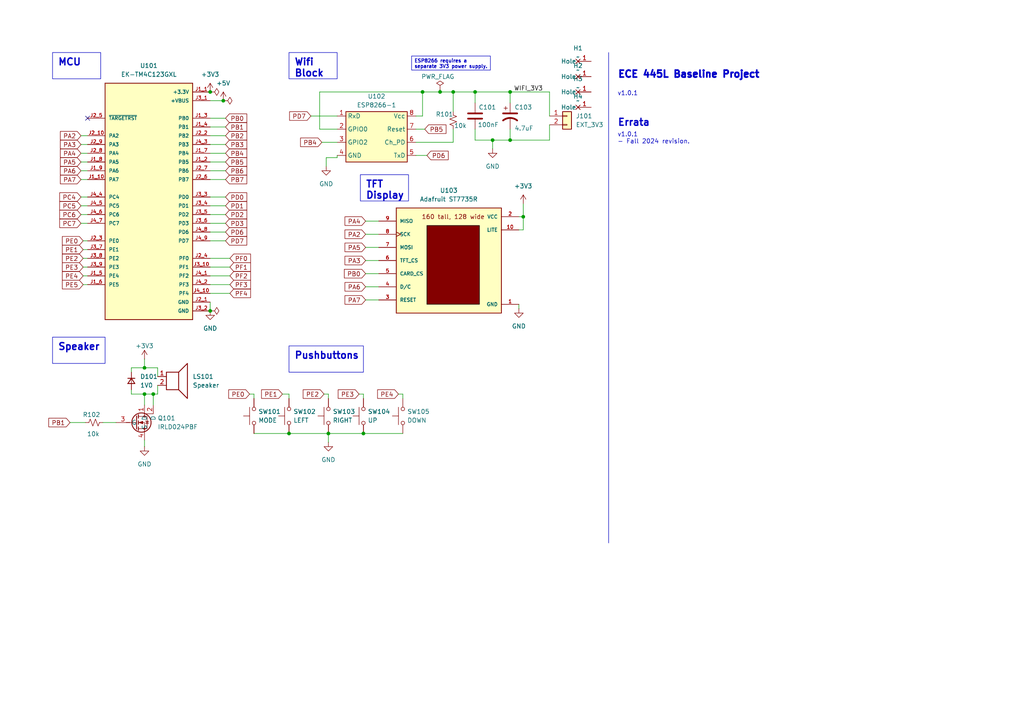
<source format=kicad_sch>
(kicad_sch (version 20231120) (generator "eeschema") (generator_version "8.0")
  (paper "A4")
  (title_block (title "ECE 445L Baseline Project") (date "2024-08-07") (rev "v1.0.1") (company "The University of Texas at Austin"))
  (lib_symbols
    (symbol "Connector_Generic:Conn_01x02" (pin_names (offset 1.016) hide)
      (property "Reference" "J" (at 0 2.54 0))
      (property "Value" "Conn_01x02" (at 0 -5.08 0))
      (symbol "Conn_01x02_1_1"
        (rectangle (start -1.27 -2.413) (end 0 -2.667) (stroke (width 0.1524)))
        (rectangle (start -1.27 0.127) (end 0 -0.127) (stroke (width 0.1524)))
        (rectangle (start -1.27 1.27) (end 1.27 -3.81) (stroke (width 0.254)) (fill (type background)))
        (pin passive line (at -5.08 0 0) (length 3.81) (name "Pin_1") (number "1"))
        (pin passive line (at -5.08 -2.54 0) (length 3.81) (name "Pin_2") (number "2"))
      )
    )
    (symbol "Device:D_Small" (pin_numbers hide) (pin_names (offset 0.254) hide)
      (property "Reference" "D" (at -1.27 2.032 0))
      (property "Value" "D_Small" (at -3.81 -2.032 0))
      (symbol "D_Small_0_1"
        (polyline (pts (xy -0.762 -1.016) (xy -0.762 1.016)) (stroke (width 0.254)))
        (polyline (pts (xy -0.762 0) (xy 0.762 0)))
        (polyline (pts (xy 0.762 -1.016) (xy -0.762 0) (xy 0.762 1.016) (xy 0.762 -1.016)) (stroke (width 0.254)))
      )
      (symbol "D_Small_1_1"
        (pin passive line (at -2.54 0 0) (length 1.778) (name "K") (number "1"))
        (pin passive line (at 2.54 0 180) (length 1.778) (name "A") (number "2"))
      )
    )
    (symbol "Device:Speaker" (pin_names (offset 0) hide)
      (property "Reference" "LS" (at 1.27 5.715 0))
      (property "Value" "Speaker" (at 1.27 3.81 0))
      (symbol "Speaker_0_0"
        (rectangle (start -2.54 1.27) (end 1.016 -3.81) (stroke (width 0.254)))
        (polyline (pts (xy 1.016 1.27) (xy 3.556 3.81) (xy 3.556 -6.35) (xy 1.016 -3.81)) (stroke (width 0.254)))
      )
      (symbol "Speaker_1_1"
        (pin input line (at -5.08 0 0) (length 2.54) (name "1") (number "1"))
        (pin input line (at -5.08 -2.54 0) (length 2.54) (name "2") (number "2"))
      )
    )
    (symbol "ECE445L:Adafruit_ST7735R" (pin_names (offset 1.016))
      (property "Reference" "U?" (at -15.24 16.002 0))
      (property "Value" "Adafruit ST7735R" (at -15.24 -17.78 0))
      (symbol "Adafruit_ST7735R_0_0"
        (rectangle (start -15.24 15.24) (end 15.24 -15.24) (stroke (width 0.254)) (fill (type background)))
      )
      (symbol "Adafruit_ST7735R_1_0"
        (pin power_in line (at 20.32 -12.7 180) (length 5.08) (name "GND") (number "1"))
        (pin power_in line (at 20.32 8.89 180) (length 5.08) (name "LITE") (number "10"))
        (pin power_in line (at 20.32 12.7 180) (length 5.08) (name "VCC") (number "2"))
        (pin input line (at -20.32 -11.43 0) (length 5.08) (name "RESET") (number "3"))
        (pin input line (at -20.32 -7.62 0) (length 5.08) (name "D/C") (number "4"))
        (pin input line (at -20.32 -3.81 0) (length 5.08) (name "CARD_CS") (number "5"))
        (pin input line (at -20.32 0 0) (length 5.08) (name "TFT_CS") (number "6"))
        (pin input line (at -20.32 3.81 0) (length 5.08) (name "MOSI") (number "7"))
        (pin input clock (at -20.32 7.62 0) (length 5.08) (name "SCK") (number "8"))
        (pin output line (at -20.32 11.43 0) (length 5.08) (name "MISO") (number "9"))
      )
      (symbol "Adafruit_ST7735R_1_1"
        (rectangle (start -6.35 10.16) (end 8.89 -12.7) (stroke (width 0) (color 0 0 0 1)) (fill (type color) (color 132 0 0 1)))
        (text "160 tall, 128 wide" (at 1.27 12.7 0) (effects (font (size 1.27 1.27))))
      )
    )
    (symbol "ECE445L:C" (pin_numbers hide) (pin_names (offset 0.254))
      (property "Reference" "C" (at 0.635 2.54 0))
      (property "Value" "C" (at 0.635 -2.54 0))
      (symbol "C_0_1"
        (polyline (pts (xy -2.032 -0.762) (xy 2.032 -0.762)) (stroke (width 0.508)))
        (polyline (pts (xy -2.032 0.762) (xy 2.032 0.762)) (stroke (width 0.508)))
      )
      (symbol "C_1_1"
        (pin passive line (at 0 3.81 270) (length 2.794) (name "~") (number "1"))
        (pin passive line (at 0 -3.81 90) (length 2.794) (name "~") (number "2"))
      )
    )
    (symbol "ECE445L:C_Polarized" (pin_numbers hide) (pin_names (offset 0.254) hide)
      (property "Reference" "C" (at 0.635 2.54 0))
      (property "Value" "C_Polarized" (at 0.635 -2.54 0))
      (symbol "C_Polarized_0_1"
        (polyline (pts (xy -2.032 0.762) (xy 2.032 0.762)) (stroke (width 0.508)))
        (polyline (pts (xy -1.778 2.286) (xy -0.762 2.286)))
        (polyline (pts (xy -1.27 1.778) (xy -1.27 2.794)))
        (arc (start 2.032 -1.27) (mid 0 -0.5572) (end -2.032 -1.27) (stroke (width 0.508)))
      )
      (symbol "C_Polarized_1_1"
        (pin passive line (at 0 3.81 270) (length 2.794) (name "~") (number "1"))
        (pin passive line (at 0 -3.81 90) (length 3.302) (name "~") (number "2"))
      )
    )
    (symbol "ECE445L:EK-TM4C123GXL" (pin_names (offset 1.016))
      (property "Reference" "U?" (at -12.7367 34.3099 0))
      (property "Value" "EK-TM4C123GXL" (at -12.7129 -38.1075 0))
      (symbol "EK-TM4C123GXL_0_0"
        (rectangle (start -12.7 -35.56) (end 12.7 33.02) (stroke (width 0.254)) (fill (type background)))
        (pin power_in line (at 17.78 30.48 180) (length 5.08) (name "+3.3V") (number "J1_1"))
        (pin bidirectional line (at -17.78 5.08 0) (length 5.08) (name "PA7") (number "J1_10"))
        (pin bidirectional line (at 17.78 22.86 180) (length 5.08) (name "PB0") (number "J1_3"))
        (pin bidirectional line (at 17.78 20.32 180) (length 5.08) (name "PB1") (number "J1_4"))
        (pin bidirectional line (at -17.78 -22.86 0) (length 5.08) (name "PE4") (number "J1_5"))
        (pin bidirectional line (at -17.78 -25.4 0) (length 5.08) (name "PE5") (number "J1_6"))
        (pin bidirectional line (at 17.78 12.7 180) (length 5.08) (name "PB4") (number "J1_7"))
        (pin bidirectional line (at -17.78 10.16 0) (length 5.08) (name "PA5") (number "J1_8"))
        (pin bidirectional line (at -17.78 7.62 0) (length 5.08) (name "PA6") (number "J1_9"))
        (pin power_in line (at 17.78 -30.48 180) (length 5.08) (name "GND") (number "J2_1"))
        (pin bidirectional line (at -17.78 17.78 0) (length 5.08) (name "PA2") (number "J2_10"))
        (pin bidirectional line (at 17.78 17.78 180) (length 5.08) (name "PB2") (number "J2_2"))
        (pin bidirectional line (at -17.78 -12.7 0) (length 5.08) (name "PE0") (number "J2_3"))
        (pin bidirectional line (at 17.78 -17.78 180) (length 5.08) (name "PF0") (number "J2_4"))
        (pin input line (at -17.78 22.86 0) (length 5.08) (name "~{TARGETRST}") (number "J2_5"))
        (pin bidirectional line (at 17.78 5.08 180) (length 5.08) (name "PB7") (number "J2_6"))
        (pin bidirectional line (at 17.78 7.62 180) (length 5.08) (name "PB6") (number "J2_7"))
        (pin bidirectional line (at -17.78 12.7 0) (length 5.08) (name "PA4") (number "J2_8"))
        (pin bidirectional line (at -17.78 15.24 0) (length 5.08) (name "PA3") (number "J2_9"))
        (pin power_in line (at 17.78 27.94 180) (length 5.08) (name "+VBUS") (number "J3_1"))
        (pin bidirectional line (at 17.78 -20.32 180) (length 5.08) (name "PF1") (number "J3_10"))
        (pin power_in line (at 17.78 -33.02 180) (length 5.08) (name "GND") (number "J3_2"))
        (pin bidirectional line (at 17.78 0 180) (length 5.08) (name "PD0") (number "J3_3"))
        (pin bidirectional line (at 17.78 -2.54 180) (length 5.08) (name "PD1") (number "J3_4"))
        (pin bidirectional line (at 17.78 -5.08 180) (length 5.08) (name "PD2") (number "J3_5"))
        (pin bidirectional line (at 17.78 -7.62 180) (length 5.08) (name "PD3") (number "J3_6"))
        (pin bidirectional line (at -17.78 -15.24 0) (length 5.08) (name "PE1") (number "J3_7"))
        (pin bidirectional line (at -17.78 -17.78 0) (length 5.08) (name "PE2") (number "J3_8"))
        (pin bidirectional line (at -17.78 -20.32 0) (length 5.08) (name "PE3") (number "J3_9"))
        (pin bidirectional line (at 17.78 -22.86 180) (length 5.08) (name "PF2") (number "J4_1"))
        (pin bidirectional line (at 17.78 -27.94 180) (length 5.08) (name "PF4") (number "J4_10"))
        (pin bidirectional line (at 17.78 -25.4 180) (length 5.08) (name "PF3") (number "J4_2"))
        (pin bidirectional line (at 17.78 15.24 180) (length 5.08) (name "PB3") (number "J4_3"))
        (pin bidirectional line (at -17.78 0 0) (length 5.08) (name "PC4") (number "J4_4"))
        (pin bidirectional line (at -17.78 -2.54 0) (length 5.08) (name "PC5") (number "J4_5"))
        (pin bidirectional line (at -17.78 -5.08 0) (length 5.08) (name "PC6") (number "J4_6"))
        (pin bidirectional line (at -17.78 -7.62 0) (length 5.08) (name "PC7") (number "J4_7"))
        (pin bidirectional line (at 17.78 -10.16 180) (length 5.08) (name "PD6") (number "J4_8"))
        (pin bidirectional line (at 17.78 -12.7 180) (length 5.08) (name "PD7") (number "J4_9"))
      )
      (symbol "EK-TM4C123GXL_1_0"
        (pin bidirectional line (at 17.78 10.16 180) (length 5.08) (name "PB5") (number "J1_2"))
      )
    )
    (symbol "ECE445L:ESP8266-1"
      (property "Reference" "U" (at 0 0 0))
      (property "Value" "ESP8266-1" (at 0 8.255 0))
      (symbol "ESP8266-1_1_1"
        (rectangle (start -8.255 6.985) (end 9.525 -7.62) (stroke (width 0.254)) (fill (type background)))
        (pin passive line (at -10.795 5.715 0) (length 2.54) (name "RxD") (number "1"))
        (pin passive line (at -10.795 1.905 0) (length 2.54) (name "GPIO0") (number "2"))
        (pin passive line (at -10.795 -1.905 0) (length 2.54) (name "GPIO2") (number "3"))
        (pin passive line (at -10.795 -5.715 0) (length 2.54) (name "GND") (number "4"))
        (pin passive line (at 12.065 -5.715 180) (length 2.54) (name "TxD") (number "5"))
        (pin passive line (at 12.065 -1.905 180) (length 2.54) (name "Ch_PD") (number "6"))
        (pin passive line (at 12.065 1.905 180) (length 2.54) (name "Reset") (number "7"))
        (pin passive line (at 12.065 5.715 180) (length 2.54) (name "Vcc") (number "8"))
      )
    )
    (symbol "ECE445L:IRLD024PBF"
      (property "Reference" "Q" (at 6.35 5.715 0))
      (property "Value" "IRLD024PBF" (at 16.51 -1.905 0))
      (symbol "IRLD024PBF_0_1"
        (polyline (pts (xy 11.43 0.635) (xy 8.636 0.635)))
        (polyline (pts (xy 11.684 2.54) (xy 11.684 -1.27)) (stroke (width 0.254)))
        (polyline (pts (xy 12.192 -0.635) (xy 12.192 -1.651)) (stroke (width 0.254)))
        (polyline (pts (xy 12.192 1.143) (xy 12.192 0.127)) (stroke (width 0.254)))
        (polyline (pts (xy 12.192 2.921) (xy 12.192 1.905)) (stroke (width 0.254)))
        (polyline (pts (xy 13.97 3.175) (xy 13.97 2.413)))
        (polyline (pts (xy 16.51 3.175) (xy 13.97 3.175)))
        (polyline (pts (xy 13.97 -1.905) (xy 13.97 0.635) (xy 12.192 0.635)))
        (polyline (pts (xy 12.192 -1.143) (xy 14.732 -1.143) (xy 14.732 2.413) (xy 12.192 2.413)))
        (polyline (pts (xy 12.446 0.635) (xy 13.462 1.016) (xy 13.462 0.254) (xy 12.446 0.635)) (fill (type outline)))
        (polyline (pts (xy 14.224 1.143) (xy 14.351 1.016) (xy 15.113 1.016) (xy 15.24 0.889)))
        (polyline (pts (xy 14.732 1.016) (xy 14.351 0.381) (xy 15.113 0.381) (xy 14.732 1.016)))
        (circle (center 13.081 0.635) (radius 2.794) (stroke (width 0.254)))
        (circle (center 13.97 -1.143) (radius 0.254) (fill (type outline)))
        (circle (center 13.97 2.413) (radius 0.254) (fill (type outline)))
      )
      (symbol "IRLD024PBF_1_1"
        (pin passive line (at 13.97 5.715 270) (length 2.54) (name "D") (number "1"))
        (pin passive line (at 16.51 5.715 270) (length 2.54) (name "D") (number "2"))
        (pin input line (at 5.715 0.635 0) (length 4) (name "G") (number "3"))
        (pin passive line (at 13.97 -4.445 90) (length 2.54) (name "S") (number "4"))
      )
    )
    (symbol "ECE445L:MountingHole"
      (property "Reference" "H" (at 0 0 0))
      (symbol "MountingHole_1_1"
        (pin power_in non_logic (at 0 0 180) (length 3.81) (name "Hole") (number "1"))
      )
    )
    (symbol "ECE445L:R_0.125W" (pin_numbers hide) (pin_names (offset 0.254) hide)
      (property "Reference" "R" (at 0.762 0.508 0))
      (property "Value" "R_0.125W" (at 0.762 -1.016 0))
      (symbol "R_0.125W_1_1"
        (polyline (pts (xy 0 0) (xy 1.016 -0.381) (xy 0 -0.762) (xy -1.016 -1.143) (xy 0 -1.524)))
        (polyline (pts (xy 0 1.524) (xy 1.016 1.143) (xy 0 0.762) (xy -1.016 0.381) (xy 0 0)))
        (pin passive line (at 0 2.54 270) (length 1.016) (name "~") (number "1"))
        (pin passive line (at 0 -2.54 90) (length 1.016) (name "~") (number "2"))
      )
    )
    (symbol "Switch:SW_Push" (pin_numbers hide) (pin_names (offset 1.016) hide)
      (property "Reference" "SW" (at 1.27 2.54 0))
      (property "Value" "SW_Push" (at 0 -1.524 0))
      (symbol "SW_Push_0_1"
        (circle (center -2.032 0) (radius 0.508))
        (polyline (pts (xy 0 1.27) (xy 0 3.048)))
        (polyline (pts (xy 2.54 1.27) (xy -2.54 1.27)))
        (circle (center 2.032 0) (radius 0.508))
        (pin passive line (at -5.08 0 0) (length 2.54) (name "1") (number "1"))
        (pin passive line (at 5.08 0 180) (length 2.54) (name "2") (number "2"))
      )
    )
    (symbol "power:+3V3" (power) (pin_numbers hide) (pin_names (offset 0) hide)
      (property "Value" "+3V3" (at 0 3.556 0))
      (symbol "+3V3_0_1"
        (polyline (pts (xy -0.762 1.27) (xy 0 2.54)))
        (polyline (pts (xy 0 0) (xy 0 2.54)))
        (polyline (pts (xy 0 2.54) (xy 0.762 1.27)))
      )
      (symbol "+3V3_1_1"
        (pin power_in line (at 0 0 90) (length 0) (name "~") (number "1"))
      )
    )
    (symbol "power:+5V" (power) (pin_numbers hide) (pin_names (offset 0) hide)
      (property "Value" "+5V" (at 0 3.556 0))
      (symbol "+5V_0_1"
        (polyline (pts (xy -0.762 1.27) (xy 0 2.54)))
        (polyline (pts (xy 0 0) (xy 0 2.54)))
        (polyline (pts (xy 0 2.54) (xy 0.762 1.27)))
      )
      (symbol "+5V_1_1"
        (pin power_in line (at 0 0 90) (length 0) (name "~") (number "1"))
      )
    )
    (symbol "power:GND" (power) (pin_numbers hide) (pin_names (offset 0) hide)
      (property "Value" "GND" (at 0 -3.81 0))
      (symbol "GND_0_1"
        (polyline (pts (xy 0 0) (xy 0 -1.27) (xy 1.27 -1.27) (xy 0 -2.54) (xy -1.27 -1.27) (xy 0 -1.27)))
      )
      (symbol "GND_1_1"
        (pin power_in line (at 0 0 270) (length 0) (name "~") (number "1"))
      )
    )
    (symbol "power:PWR_FLAG" (power) (pin_numbers hide) (pin_names (offset 0) hide)
      (property "Value" "PWR_FLAG" (at 0 3.81 0))
      (symbol "PWR_FLAG_0_0"
        (pin power_out line (at 0 0 90) (length 0) (name "~") (number "1"))
      )
      (symbol "PWR_FLAG_0_1"
        (polyline (pts (xy 0 0) (xy 0 1.27) (xy -1.016 1.905) (xy 0 2.54) (xy 1.016 1.905) (xy 0 1.27)))
      )
    )
  )
  (junction (at 60.96 26.67))
  (junction (at 95.25 125.73))
  (junction (at 127.635 26.67))
  (junction (at 147.955 26.67))
  (junction (at 41.91 106.68))
  (junction (at 44.45 114.3))
  (junction (at 122.555 26.67))
  (junction (at 137.795 26.67))
  (junction (at 147.955 40.64))
  (junction (at 60.96 90.17))
  (junction (at 41.91 114.3))
  (junction (at 142.875 40.64))
  (junction (at 131.445 26.67))
  (junction (at 83.82 125.73))
  (junction (at 105.41 125.73))
  (junction (at 151.765 62.865))
  (junction (at 64.77 29.21))
  (no_connect (at 25.4 34.29))
  (wire (pts (xy 60.96 41.91) (xy 65.405 41.91)))
  (wire (pts (xy 106.045 71.755) (xy 109.855 71.755)))
  (wire (pts (xy 93.345 41.275) (xy 97.79 41.275)))
  (wire (pts (xy 81.915 114.3) (xy 83.82 114.3)))
  (wire (pts (xy 73.66 114.3) (xy 73.66 115.57)))
  (wire (pts (xy 116.84 114.3) (xy 116.84 115.57)))
  (wire (pts (xy 60.96 52.07) (xy 65.405 52.07)))
  (wire (pts (xy 60.96 36.83) (xy 65.405 36.83)))
  (wire (pts (xy 95.25 125.73) (xy 95.25 128.27)))
  (wire (pts (xy 20.32 122.555) (xy 24.765 122.555)))
  (wire (pts (xy 38.1 106.68) (xy 41.91 106.68)))
  (wire (pts (xy 94.615 45.72) (xy 94.615 48.26)))
  (wire (pts (xy 106.045 79.375) (xy 109.855 79.375)))
  (wire (pts (xy 60.96 69.85) (xy 65.405 69.85)))
  (wire (pts (xy 131.445 41.275) (xy 131.445 37.465)))
  (wire (pts (xy 23.495 64.77) (xy 25.4 64.77)))
  (wire (pts (xy 147.955 40.64) (xy 159.385 40.64)))
  (wire (pts (xy 120.65 45.085) (xy 123.825 45.085)))
  (wire (pts (xy 60.96 77.47) (xy 66.675 77.47)))
  (wire (pts (xy 45.72 111.76) (xy 45.72 114.3)))
  (wire (pts (xy 92.71 26.67) (xy 92.71 37.465)))
  (wire (pts (xy 106.045 75.565) (xy 109.855 75.565)))
  (wire (pts (xy 24.13 77.47) (xy 25.4 77.47)))
  (wire (pts (xy 73.66 125.73) (xy 83.82 125.73)))
  (wire (pts (xy 23.495 62.23) (xy 25.4 62.23)))
  (wire (pts (xy 97.79 45.72) (xy 94.615 45.72)))
  (wire (pts (xy 23.495 41.91) (xy 25.4 41.91)))
  (wire (pts (xy 142.875 40.64) (xy 137.795 40.64)))
  (wire (pts (xy 41.91 104.14) (xy 41.91 106.68)))
  (wire (pts (xy 29.845 122.555) (xy 33.655 122.555)))
  (wire (pts (xy 60.96 39.37) (xy 65.405 39.37)))
  (wire (pts (xy 60.96 87.63) (xy 60.96 90.17)))
  (wire (pts (xy 41.91 114.3) (xy 44.45 114.3)))
  (wire (pts (xy 131.445 26.67) (xy 127.635 26.67)))
  (wire (pts (xy 24.13 72.39) (xy 25.4 72.39)))
  (wire (pts (xy 72.39 114.3) (xy 73.66 114.3)))
  (wire (pts (xy 38.1 106.68) (xy 38.1 107.95)))
  (wire (pts (xy 60.96 85.09) (xy 66.675 85.09)))
  (wire (pts (xy 24.13 69.85) (xy 25.4 69.85)))
  (wire (pts (xy 38.1 114.3) (xy 41.91 114.3)))
  (wire (pts (xy 127.635 26.035) (xy 127.635 26.67)))
  (wire (pts (xy 23.495 49.53) (xy 25.4 49.53)))
  (wire (pts (xy 60.96 80.01) (xy 66.675 80.01)))
  (wire (pts (xy 120.65 33.655) (xy 122.555 33.655)))
  (wire (pts (xy 60.96 34.29) (xy 65.405 34.29)))
  (wire (pts (xy 151.765 59.055) (xy 151.765 62.865)))
  (wire (pts (xy 115.57 114.3) (xy 116.84 114.3)))
  (wire (pts (xy 24.13 80.01) (xy 25.4 80.01)))
  (wire (pts (xy 106.045 67.945) (xy 109.855 67.945)))
  (wire (pts (xy 83.82 114.3) (xy 83.82 115.57)))
  (wire (pts (xy 97.79 45.085) (xy 97.79 45.72)))
  (wire (pts (xy 23.495 39.37) (xy 25.4 39.37)))
  (wire (pts (xy 83.82 125.73) (xy 95.25 125.73)))
  (wire (pts (xy 104.14 114.3) (xy 105.41 114.3)))
  (wire (pts (xy 120.65 37.465) (xy 123.19 37.465)))
  (wire (pts (xy 23.495 44.45) (xy 25.4 44.45)))
  (wire (pts (xy 90.17 33.655) (xy 97.79 33.655)))
  (wire (pts (xy 60.96 29.21) (xy 64.77 29.21)))
  (wire (pts (xy 142.875 40.64) (xy 147.955 40.64)))
  (wire (pts (xy 137.795 26.67) (xy 131.445 26.67)))
  (wire (pts (xy 106.045 64.135) (xy 109.855 64.135)))
  (polyline (pts (xy 176.53 15.24) (xy 176.53 157.48)))
  (wire (pts (xy 24.13 82.55) (xy 25.4 82.55)))
  (wire (pts (xy 23.495 52.07) (xy 25.4 52.07)))
  (wire (pts (xy 106.045 83.185) (xy 109.855 83.185)))
  (wire (pts (xy 151.765 66.675) (xy 151.765 62.865)))
  (wire (pts (xy 147.955 26.67) (xy 137.795 26.67)))
  (wire (pts (xy 106.045 86.995) (xy 109.855 86.995)))
  (wire (pts (xy 44.45 114.3) (xy 45.72 114.3)))
  (wire (pts (xy 23.495 46.99) (xy 25.4 46.99)))
  (wire (pts (xy 93.98 114.3) (xy 95.25 114.3)))
  (wire (pts (xy 127.635 26.67) (xy 122.555 26.67)))
  (wire (pts (xy 105.41 125.73) (xy 116.84 125.73)))
  (wire (pts (xy 150.495 66.675) (xy 151.765 66.675)))
  (wire (pts (xy 137.795 40.64) (xy 137.795 37.465)))
  (wire (pts (xy 159.385 36.195) (xy 159.385 40.64)))
  (wire (pts (xy 97.79 37.465) (xy 92.71 37.465)))
  (wire (pts (xy 60.96 64.77) (xy 65.405 64.77)))
  (wire (pts (xy 150.495 88.265) (xy 150.495 89.535)))
  (wire (pts (xy 137.795 26.67) (xy 137.795 29.845)))
  (wire (pts (xy 120.65 41.275) (xy 131.445 41.275)))
  (wire (pts (xy 41.91 114.3) (xy 41.91 117.475)))
  (wire (pts (xy 142.875 43.18) (xy 142.875 40.64)))
  (wire (pts (xy 95.25 114.3) (xy 95.25 115.57)))
  (wire (pts (xy 122.555 33.655) (xy 122.555 26.67)))
  (wire (pts (xy 60.96 82.55) (xy 66.675 82.55)))
  (wire (pts (xy 60.96 74.93) (xy 66.675 74.93)))
  (wire (pts (xy 105.41 114.3) (xy 105.41 115.57)))
  (wire (pts (xy 95.25 125.73) (xy 105.41 125.73)))
  (wire (pts (xy 131.445 26.67) (xy 131.445 32.385)))
  (wire (pts (xy 44.45 114.3) (xy 44.45 117.475)))
  (wire (pts (xy 60.96 44.45) (xy 65.405 44.45)))
  (wire (pts (xy 60.96 67.31) (xy 65.405 67.31)))
  (wire (pts (xy 60.96 57.15) (xy 65.405 57.15)))
  (wire (pts (xy 23.495 57.15) (xy 25.4 57.15)))
  (wire (pts (xy 45.72 106.68) (xy 45.72 109.22)))
  (wire (pts (xy 41.91 127.635) (xy 41.91 129.54)))
  (wire (pts (xy 147.955 40.64) (xy 147.955 37.465)))
  (wire (pts (xy 60.96 59.69) (xy 65.405 59.69)))
  (wire (pts (xy 147.955 26.67) (xy 147.955 29.845)))
  (wire (pts (xy 122.555 26.67) (xy 92.71 26.67)))
  (wire (pts (xy 23.495 59.69) (xy 25.4 59.69)))
  (wire (pts (xy 60.96 46.99) (xy 65.405 46.99)))
  (wire (pts (xy 159.385 26.67) (xy 159.385 33.655)))
  (wire (pts (xy 150.495 62.865) (xy 151.765 62.865)))
  (wire (pts (xy 60.96 62.23) (xy 65.405 62.23)))
  (wire (pts (xy 41.91 106.68) (xy 45.72 106.68)))
  (wire (pts (xy 60.96 49.53) (xy 65.405 49.53)))
  (wire (pts (xy 24.13 74.93) (xy 25.4 74.93)))
  (wire (pts (xy 159.385 26.67) (xy 147.955 26.67)))
  (wire (pts (xy 38.1 114.3) (xy 38.1 113.03)))
  (text_box "MCU" (at 15.24 15.24 0) (size 13.97 7.62) (effects (font (size 2 2) (thickness 0.4) (bold yes)) (justify left top)))
  (text_box "ESP8266 requires a separate 3V3 power supply." (at 119.38 16.256 0) (size 22.86 4.064) (effects (font (size 1 1) (bold yes)) (justify left top)))
  (text_box "Speaker" (at 15.24 97.79 0) (size 15.24 7.62) (effects (font (size 2 2) (thickness 0.4) (bold yes)) (justify left top)))
  (text_box "Pushbuttons" (at 83.82 100.33 0) (size 21.59 7.62) (effects (font (size 2 2) (thickness 0.4) (bold yes)) (justify left top)))
  (text_box "TFT Display" (at 104.521 50.673 0) (size 13.97 7.62) (effects (font (size 2 2) (thickness 0.4) (bold yes)) (justify left top)))
  (text_box "Wifi Block" (at 83.82 15.24 0) (size 13.97 7.62) (effects (font (size 2 2) (thickness 0.4) (bold yes)) (justify left top)))
  (text "v1.0.1\n- Fall 2024 revision." (at 179.07 41.91 0) (effects (font (size 1.27 1.27)) (justify left bottom)))
  (text "ECE 445L Baseline Project" (at 179.07 22.86 0) (effects (font (size 2 2) (thickness 0.6) (bold yes)) (justify left bottom)))
  (text "v1.0.1" (at 179.07 27.94 0) (effects (font (size 1.27 1.27)) (justify left bottom)))
  (text "Errata" (at 179.07 36.83 0) (effects (font (size 2 2) (thickness 0.4) (bold yes)) (justify left bottom)))
  (label "WIFI_3V3" (at 157.48 26.67 180))
  (global_label "PC5" (shape input) (at 23.495 59.69 180) (property "Intersheetrefs" "${INTERSHEET_REFS}" (effects (hide yes))))
  (global_label "PB6" (shape input) (at 65.405 49.53 0) (property "Intersheetrefs" "${INTERSHEET_REFS}" (effects (hide yes))))
  (global_label "PB2" (shape input) (at 65.405 39.37 0) (property "Intersheetrefs" "${INTERSHEET_REFS}" (effects (hide yes))))
  (global_label "PA7" (shape input) (at 23.495 52.07 180) (property "Intersheetrefs" "${INTERSHEET_REFS}" (effects (hide yes))))
  (global_label "PA4" (shape input) (at 23.495 44.45 180) (property "Intersheetrefs" "${INTERSHEET_REFS}" (effects (hide yes))))
  (global_label "PB5" (shape input) (at 65.405 46.99 0) (property "Intersheetrefs" "${INTERSHEET_REFS}" (effects (hide yes))))
  (global_label "PB3" (shape input) (at 65.405 41.91 0) (property "Intersheetrefs" "${INTERSHEET_REFS}" (effects (hide yes))))
  (global_label "PD7" (shape input) (at 65.405 69.85 0) (property "Intersheetrefs" "${INTERSHEET_REFS}" (effects (hide yes))))
  (global_label "PE0" (shape input) (at 24.13 69.85 180) (property "Intersheetrefs" "${INTERSHEET_REFS}" (effects (hide yes))))
  (global_label "PD1" (shape input) (at 65.405 59.69 0) (property "Intersheetrefs" "${INTERSHEET_REFS}" (effects (hide yes))))
  (global_label "PF4" (shape input) (at 66.675 85.09 0) (property "Intersheetrefs" "${INTERSHEET_REFS}" (effects (hide yes))))
  (global_label "PE3" (shape input) (at 24.13 77.47 180) (property "Intersheetrefs" "${INTERSHEET_REFS}" (effects (hide yes))))
  (global_label "PC7" (shape input) (at 23.495 64.77 180) (property "Intersheetrefs" "${INTERSHEET_REFS}" (effects (hide yes))))
  (global_label "PA2" (shape input) (at 106.045 67.945 180) (property "Intersheetrefs" "${INTERSHEET_REFS}" (effects (hide yes))))
  (global_label "PD7" (shape input) (at 90.17 33.655 180) (property "Intersheetrefs" "${INTERSHEET_REFS}" (effects (hide yes))))
  (global_label "PB4" (shape input) (at 93.345 41.275 180) (property "Intersheetrefs" "${INTERSHEET_REFS}" (effects (hide yes))))
  (global_label "PE1" (shape input) (at 81.915 114.3 180) (property "Intersheetrefs" "${INTERSHEET_REFS}" (effects (hide yes))))
  (global_label "PE2" (shape input) (at 24.13 74.93 180) (property "Intersheetrefs" "${INTERSHEET_REFS}" (effects (hide yes))))
  (global_label "PA3" (shape input) (at 23.495 41.91 180) (property "Intersheetrefs" "${INTERSHEET_REFS}" (effects (hide yes))))
  (global_label "PE4" (shape input) (at 24.13 80.01 180) (property "Intersheetrefs" "${INTERSHEET_REFS}" (effects (hide yes))))
  (global_label "PC4" (shape input) (at 23.495 57.15 180) (property "Intersheetrefs" "${INTERSHEET_REFS}" (effects (hide yes))))
  (global_label "PB0" (shape input) (at 65.405 34.29 0) (property "Intersheetrefs" "${INTERSHEET_REFS}" (effects (hide yes))))
  (global_label "PE1" (shape input) (at 24.13 72.39 180) (property "Intersheetrefs" "${INTERSHEET_REFS}" (effects (hide yes))))
  (global_label "PF3" (shape input) (at 66.675 82.55 0) (property "Intersheetrefs" "${INTERSHEET_REFS}" (effects (hide yes))))
  (global_label "PE0" (shape input) (at 72.39 114.3 180) (property "Intersheetrefs" "${INTERSHEET_REFS}" (effects (hide yes))))
  (global_label "PD3" (shape input) (at 65.405 64.77 0) (property "Intersheetrefs" "${INTERSHEET_REFS}" (effects (hide yes))))
  (global_label "PE2" (shape input) (at 93.98 114.3 180) (property "Intersheetrefs" "${INTERSHEET_REFS}" (effects (hide yes))))
  (global_label "PD0" (shape input) (at 65.405 57.15 0) (property "Intersheetrefs" "${INTERSHEET_REFS}" (effects (hide yes))))
  (global_label "PB7" (shape input) (at 65.405 52.07 0) (property "Intersheetrefs" "${INTERSHEET_REFS}" (effects (hide yes))))
  (global_label "PD6" (shape input) (at 123.825 45.085 0) (property "Intersheetrefs" "${INTERSHEET_REFS}" (effects (hide yes))))
  (global_label "PA2" (shape input) (at 23.495 39.37 180) (property "Intersheetrefs" "${INTERSHEET_REFS}" (effects (hide yes))))
  (global_label "PA7" (shape input) (at 106.045 86.995 180) (property "Intersheetrefs" "${INTERSHEET_REFS}" (effects (hide yes))))
  (global_label "PB1" (shape input) (at 20.32 122.555 180) (property "Intersheetrefs" "${INTERSHEET_REFS}" (effects (hide yes))))
  (global_label "PA6" (shape input) (at 106.045 83.185 180) (property "Intersheetrefs" "${INTERSHEET_REFS}" (effects (hide yes))))
  (global_label "PF0" (shape input) (at 66.675 74.93 0) (property "Intersheetrefs" "${INTERSHEET_REFS}" (effects (hide yes))))
  (global_label "PC6" (shape input) (at 23.495 62.23 180) (property "Intersheetrefs" "${INTERSHEET_REFS}" (effects (hide yes))))
  (global_label "PE3" (shape input) (at 104.14 114.3 180) (property "Intersheetrefs" "${INTERSHEET_REFS}" (effects (hide yes))))
  (global_label "PE5" (shape input) (at 24.13 82.55 180) (property "Intersheetrefs" "${INTERSHEET_REFS}" (effects (hide yes))))
  (global_label "PE4" (shape input) (at 115.57 114.3 180) (property "Intersheetrefs" "${INTERSHEET_REFS}" (effects (hide yes))))
  (global_label "PB5" (shape input) (at 123.19 37.465 0) (property "Intersheetrefs" "${INTERSHEET_REFS}" (effects (hide yes))))
  (global_label "PA3" (shape input) (at 106.045 75.565 180) (property "Intersheetrefs" "${INTERSHEET_REFS}" (effects (hide yes))))
  (global_label "PD6" (shape input) (at 65.405 67.31 0) (property "Intersheetrefs" "${INTERSHEET_REFS}" (effects (hide yes))))
  (global_label "PA4" (shape input) (at 106.045 64.135 180) (property "Intersheetrefs" "${INTERSHEET_REFS}" (effects (hide yes))))
  (global_label "PF1" (shape input) (at 66.675 77.47 0) (property "Intersheetrefs" "${INTERSHEET_REFS}" (effects (hide yes))))
  (global_label "PB1" (shape input) (at 65.405 36.83 0) (property "Intersheetrefs" "${INTERSHEET_REFS}" (effects (hide yes))))
  (global_label "PA6" (shape input) (at 23.495 49.53 180) (property "Intersheetrefs" "${INTERSHEET_REFS}" (effects (hide yes))))
  (global_label "PA5" (shape input) (at 106.045 71.755 180) (property "Intersheetrefs" "${INTERSHEET_REFS}" (effects (hide yes))))
  (global_label "PD2" (shape input) (at 65.405 62.23 0) (property "Intersheetrefs" "${INTERSHEET_REFS}" (effects (hide yes))))
  (global_label "PF2" (shape input) (at 66.675 80.01 0) (property "Intersheetrefs" "${INTERSHEET_REFS}" (effects (hide yes))))
  (global_label "PB0" (shape input) (at 106.045 79.375 180) (property "Intersheetrefs" "${INTERSHEET_REFS}" (effects (hide yes))))
  (global_label "PB4" (shape input) (at 65.405 44.45 0) (property "Intersheetrefs" "${INTERSHEET_REFS}" (effects (hide yes))))
  (global_label "PA5" (shape input) (at 23.495 46.99 180) (property "Intersheetrefs" "${INTERSHEET_REFS}" (effects (hide yes))))
  (symbol (lib_id "power:PWR_FLAG") (at 60.96 90.17 270) (unit 1)
    (property "Reference" "#FLG0102" (effects (hide yes)))
    (property "Value" "PWR_FLAG" (effects (hide yes)))
    (property "Description" "Special symbol for telling ERC where power comes from" (effects (hide yes)))
  )
  (symbol (lib_id "Device:D_Small") (at 38.1 110.49 270) (unit 1)
    (property "Reference" "D101" (at 40.64 109.22 90) (effects (justify left)))
    (property "Value" "1V0" (at 40.64 111.76 90) (effects (justify left)))
    (property "Footprint" "Diode_THT:D_5W_P12.70mm_Horizontal" (effects (hide yes)))
    (property "Description" "Diode, small symbol" (effects (hide yes)))
    (property "Cost" "0.10 " (effects (hide yes)))
    (property "Distributor" "Mouser" (effects (hide yes)))
    (property "Manufacturer" "onsemi" (effects (hide yes)))
    (property "P/N" "1N914 " (effects (hide yes)))
    (property "Sim.Device" "D" (effects (hide yes)))
    (property "Sim.Pins" "1=K 2=A" (effects (hide yes)))
  )
  (symbol (lib_id "ECE445L:EK-TM4C123GXL") (at 43.18 57.15 0) (unit 1)
    (property "Reference" "U101" (at 43.18 19.05 0))
    (property "Value" "EK-TM4C123GXL" (at 43.18 21.59 0))
    (property "Footprint" "ECE445L:ti_EKTM4C123GXL" (effects (hide yes)))
    (property "Datasheet" "https://www.ti.com/lit/ds/symlink/tm4c123gh6pm.pdf?ts=1693244962384&ref_url=https%253A%252F%252Fwww.google.com%252F" (effects (hide yes)))
    (property "Distributor" "Mouser" (effects (hide yes)))
    (property "Manufacturer" "Texas Instruments" (effects (hide yes)))
    (property "P/N" "EK-TM4C123GXL" (effects (hide yes)))
    (property "Cost" "22.60" (effects (hide yes)))
  )
  (symbol (lib_id "ECE445L:IRLD024PBF") (at 27.94 123.19 0) (unit 1)
    (property "Reference" "Q101" (at 45.72 121.2849 0) (effects (justify left)))
    (property "Value" "IRLD024PBF" (at 45.72 123.8249 0) (effects (justify left)))
    (property "Footprint" "ECE445L:DIP920W60P254L490H457Q4N" (effects (hide yes)))
    (property "Datasheet" "http://www.vishay.com/docs/91308/sihld24.pdf" (effects (hide yes)))
    (property "Description" "Vishay IRLD024PBF N-channel MOSFET Transistor, 2.5 A, 60 V, 4-Pin HVMDIP" (effects (hide yes)))
    (property "Cost" "1.67" (effects (hide yes)))
    (property "Distributor" "Mouser" (effects (hide yes)))
    (property "Manufacturer" "Vishay" (effects (hide yes)))
    (property "P/N" "IRLD024PBF" (effects (hide yes)))
    (property "Sim.Device" "NMOS" (effects (hide yes)))
    (property "Sim.Type" "VDMOS" (effects (hide yes)))
    (property "Sim.Pins" "1=D 2=G 3=S" (effects (hide yes)))
    (property "Height" "4.57" (effects (hide yes)))
    (property "Mouser Part Number" "844-IRLD024PBF" (effects (hide yes)))
    (property "Mouser Price/Stock" "https://www.mouser.co.uk/ProductDetail/Vishay-Siliconix/IRLD024PBF?qs=cvaI6ThkwxvrmVanJu5OcQ%3D%3D" (effects (hide yes)))
    (property "Manufacturer_Name" "Vishay" (effects (hide yes)))
    (property "Manufacturer_Part_Number" "IRLD024PBF" (effects (hide yes)))
  )
  (symbol (lib_id "power:PWR_FLAG") (at 64.77 29.21 270) (unit 1)
    (property "Reference" "#FLG0103" (effects (hide yes)))
    (property "Value" "PWR_FLAG" (effects (hide yes)))
    (property "Description" "Special symbol for telling ERC where power comes from" (effects (hide yes)))
  )
  (symbol (lib_id "Switch:SW_Push") (at 73.66 120.65 90) (unit 1)
    (property "Reference" "SW101" (at 74.93 119.3799 90) (effects (justify right)))
    (property "Value" "MODE" (at 74.93 121.9199 90) (effects (justify right)))
    (property "Footprint" "Button_Switch_THT:SW_PUSH_6mm" (effects (hide yes)))
    (property "Description" "Push button switch, generic, two pins" (effects (hide yes)))
  )
  (symbol (lib_id "ECE445L:MountingHole") (at 171.45 22.225 0) (unit 1)
    (property "Reference" "H2" (at 167.64 19.05 0))
    (property "Value" "~" (at 167.64 20.32 0))
    (property "Footprint" "ECE445L:MountingHole_4_40" (effects (hide yes)))
    (property "Description" "Drill hole for 4-40 screw" (effects (hide yes)))
  )
  (symbol (lib_id "Connector_Generic:Conn_01x02") (at 164.465 33.655 0) (unit 1)
    (property "Reference" "J101" (at 167.005 33.655 0) (effects (justify left)))
    (property "Value" "EXT_3V3" (at 167.005 36.195 0) (effects (justify left)))
    (property "Footprint" "Connector_Samtec_HPM_THT:Samtec_HPM-02-01-x-S_Straight_1x02_Pitch5.08mm" (effects (hide yes)))
    (property "Description" "Generic connector, single row, 01x02, script generated (kicad-library-utils/schlib/autogen/connector/)" (effects (hide yes)))
  )
  (symbol (lib_id "ECE445L:C_Polarized") (at 147.955 33.655 0) (unit 1)
    (property "Reference" "C103" (at 149.225 31.115 0) (effects (justify left)))
    (property "Value" "4.7uF" (at 149.225 37.211 0) (effects (justify left)))
    (property "Footprint" "ECE445L:CP_Radial_Tantal200mil" (effects (hide yes)))
    (property "Description" "Polarized capacitor, US symbol" (effects (hide yes)))
  )
  (symbol (lib_id "power:GND") (at 94.615 48.26 0) (unit 1)
    (property "Reference" "#PWR03" (effects (hide yes)))
    (property "Value" "GND" (at 94.615 53.34 0))
    (property "Description" "Power symbol creates a global label with name \"GND\" , ground" (effects (hide yes)))
  )
  (symbol (lib_id "power:+5V") (at 64.77 29.21 0) (unit 1)
    (property "Reference" "#PWR0105" (effects (hide yes)))
    (property "Value" "+5V" (at 64.77 24.13 0))
    (property "Description" "Power symbol creates a global label with name \"+5V\"" (effects (hide yes)))
  )
  (symbol (lib_id "power:GND") (at 95.25 128.27 0) (unit 1)
    (property "Reference" "#PWR0107" (effects (hide yes)))
    (property "Value" "GND" (at 95.25 133.35 0))
    (property "Description" "Power symbol creates a global label with name \"GND\" , ground" (effects (hide yes)))
  )
  (symbol (lib_id "power:GND") (at 150.495 89.535 0) (unit 1)
    (property "Reference" "#PWR02" (effects (hide yes)))
    (property "Value" "GND" (at 150.495 94.615 0))
    (property "Description" "Power symbol creates a global label with name \"GND\" , ground" (effects (hide yes)))
  )
  (symbol (lib_id "ECE445L:C") (at 137.795 33.655 0) (unit 1)
    (property "Reference" "C101" (at 138.811 31.115 0) (effects (justify left)))
    (property "Value" "100nF" (at 138.557 36.195 0) (effects (justify left)))
    (property "Footprint" "ECE445L:C_Axial_200mil" (effects (hide yes)))
    (property "Description" "Unpolarized capacitor" (effects (hide yes)))
  )
  (symbol (lib_id "ECE445L:MountingHole") (at 171.45 26.67 0) (unit 1)
    (property "Reference" "H3" (at 167.64 22.86 0))
    (property "Value" "~" (at 167.64 25.4 0))
    (property "Footprint" "ECE445L:MountingHole_4_40" (effects (hide yes)))
    (property "Description" "Drill hole for 4-40 screw" (effects (hide yes)))
  )
  (symbol (lib_id "ECE445L:R_0.125W") (at 131.445 34.925 0) (unit 1)
    (property "Reference" "R101" (at 126.365 33.147 0) (effects (justify left)))
    (property "Value" "10k" (at 131.699 36.449 0) (effects (justify left)))
    (property "Footprint" "ECE445L:R_Axial_DIN0204_L3.6mm_D1.6mm_P7.62mm_Horizontal" (effects (hide yes)))
    (property "Datasheet" "https://users.ece.utexas.edu/~valvano/mspm0/CarbonFilmresistors.pdf" (effects (hide yes)))
    (property "Description" "Resistor, small US symbol" (effects (hide yes)))
  )
  (symbol (lib_id "power:+3V3") (at 151.765 59.055 0) (unit 1)
    (property "Reference" "#PWR01" (effects (hide yes)))
    (property "Value" "+3V3" (at 151.765 53.975 0))
    (property "Description" "Power symbol creates a global label with name \"+3V3\"" (effects (hide yes)))
  )
  (symbol (lib_id "Switch:SW_Push") (at 83.82 120.65 90) (unit 1)
    (property "Reference" "SW102" (at 85.09 119.3799 90) (effects (justify right)))
    (property "Value" "LEFT" (at 85.09 121.9199 90) (effects (justify right)))
    (property "Footprint" "Button_Switch_THT:SW_PUSH_6mm" (effects (hide yes)))
    (property "Description" "Push button switch, generic, two pins" (effects (hide yes)))
  )
  (symbol (lib_id "power:GND") (at 142.875 43.18 0) (unit 1)
    (property "Reference" "#PWR0108" (effects (hide yes)))
    (property "Value" "GND" (at 142.875 48.26 0))
    (property "Description" "Power symbol creates a global label with name \"GND\" , ground" (effects (hide yes)))
  )
  (symbol (lib_id "Switch:SW_Push") (at 95.25 120.65 90) (unit 1)
    (property "Reference" "SW103" (at 96.52 119.3799 90) (effects (justify right)))
    (property "Value" "RIGHT" (at 96.52 121.9199 90) (effects (justify right)))
    (property "Footprint" "Button_Switch_THT:SW_PUSH_6mm" (effects (hide yes)))
    (property "Description" "Push button switch, generic, two pins" (effects (hide yes)))
  )
  (symbol (lib_id "Switch:SW_Push") (at 105.41 120.65 90) (unit 1)
    (property "Reference" "SW104" (at 106.68 119.3799 90) (effects (justify right)))
    (property "Value" "UP" (at 106.68 121.9199 90) (effects (justify right)))
    (property "Footprint" "Button_Switch_THT:SW_PUSH_6mm" (effects (hide yes)))
    (property "Description" "Push button switch, generic, two pins" (effects (hide yes)))
  )
  (symbol (lib_id "power:+3V3") (at 60.96 26.67 0) (unit 1)
    (property "Reference" "#PWR0103" (effects (hide yes)))
    (property "Value" "+3V3" (at 60.96 21.59 0))
    (property "Description" "Power symbol creates a global label with name \"+3V3\"" (effects (hide yes)))
  )
  (symbol (lib_id "Switch:SW_Push") (at 116.84 120.65 90) (unit 1)
    (property "Reference" "SW105" (at 118.11 119.3799 90) (effects (justify right)))
    (property "Value" "DOWN" (at 118.11 121.9199 90) (effects (justify right)))
    (property "Footprint" "Button_Switch_THT:SW_PUSH_6mm" (effects (hide yes)))
    (property "Description" "Push button switch, generic, two pins" (effects (hide yes)))
  )
  (symbol (lib_id "power:GND") (at 41.91 129.54 0) (unit 1)
    (property "Reference" "#PWR0102" (effects (hide yes)))
    (property "Value" "GND" (at 41.91 134.62 0))
    (property "Description" "Power symbol creates a global label with name \"GND\" , ground" (effects (hide yes)))
  )
  (symbol (lib_id "power:PWR_FLAG") (at 60.96 26.67 270) (unit 1)
    (property "Reference" "#FLG0101" (effects (hide yes)))
    (property "Value" "PWR_FLAG" (effects (hide yes)))
    (property "Description" "Special symbol for telling ERC where power comes from" (effects (hide yes)))
  )
  (symbol (lib_id "Device:Speaker") (at 50.8 109.22 0) (unit 1)
    (property "Reference" "LS101" (at 55.88 109.22 0) (effects (justify left)))
    (property "Value" "Speaker" (at 55.88 111.76 0) (effects (justify left)))
    (property "Footprint" "Connector_PinHeader_2.54mm:PinHeader_1x02_P2.54mm_Vertical" (effects (hide yes)))
    (property "Description" "Speaker" (effects (hide yes)))
  )
  (symbol (lib_id "power:PWR_FLAG") (at 127.635 26.035 0) (unit 1)
    (property "Reference" "#FLG0104" (effects (hide yes)))
    (property "Value" "PWR_FLAG" (at 127 22.225 0))
    (property "Description" "Special symbol for telling ERC where power comes from" (effects (hide yes)))
  )
  (symbol (lib_id "power:GND") (at 60.96 90.17 0) (unit 1)
    (property "Reference" "#PWR0104" (effects (hide yes)))
    (property "Value" "GND" (at 60.96 95.25 0))
    (property "Description" "Power symbol creates a global label with name \"GND\" , ground" (effects (hide yes)))
  )
  (symbol (lib_id "ECE445L:MountingHole") (at 171.45 17.78 0) (unit 1)
    (property "Reference" "H1" (at 167.64 13.97 0))
    (property "Value" "~" (at 167.64 16.51 0))
    (property "Footprint" "ECE445L:MountingHole_4_40" (effects (hide yes)))
    (property "Description" "Drill hole for 4-40 screw" (effects (hide yes)))
  )
  (symbol (lib_id "ECE445L:ESP8266-1") (at 108.585 39.37 0) (unit 1)
    (property "Reference" "U102" (at 109.22 27.94 0))
    (property "Value" "ESP8266-1" (at 109.22 30.48 0))
    (property "Footprint" "ECE445L:PinHeader_2x04_P2.54mm_Vertical" (effects (hide yes)))
    (property "Datasheet" "https://www.microchip.ua/wireless/esp01.pdf" (effects (hide yes)))
    (property "Description" "Wifi module" (effects (hide yes)))
  )
  (symbol (lib_id "ECE445L:MountingHole") (at 171.45 31.115 0) (unit 1)
    (property "Reference" "H4" (at 167.64 27.94 0))
    (property "Value" "~" (at 167.64 29.21 0))
    (property "Footprint" "ECE445L:MountingHole_4_40" (effects (hide yes)))
    (property "Description" "Drill hole for 4-40 screw" (effects (hide yes)))
  )
  (symbol (lib_id "ECE445L:R_0.125W") (at 27.305 122.555 90) (unit 1)
    (property "Reference" "R102" (at 26.543 120.269 90))
    (property "Value" "10k" (at 27.051 125.857 90))
    (property "Footprint" "ECE445L:R_Axial_DIN0204_L3.6mm_D1.6mm_P7.62mm_Horizontal" (effects (hide yes)))
    (property "Datasheet" "https://users.ece.utexas.edu/~valvano/mspm0/CarbonFilmresistors.pdf" (effects (hide yes)))
    (property "Description" "Resistor, small US symbol" (effects (hide yes)))
  )
  (symbol (lib_id "power:+3V3") (at 41.91 104.14 0) (unit 1)
    (property "Reference" "#PWR0101" (effects (hide yes)))
    (property "Value" "+3V3" (at 41.91 100.33 0))
    (property "Description" "Power symbol creates a global label with name \"+3V3\"" (effects (hide yes)))
  )
  (symbol (lib_id "ECE445L:Adafruit_ST7735R") (at 130.175 75.565 0) (unit 1)
    (property "Reference" "U103" (at 130.175 55.245 0))
    (property "Value" "Adafruit ST7735R" (at 130.175 57.785 0))
    (property "Footprint" "ECE445L:adafruit_st7735r2" (effects (hide yes)))
    (property "Datasheet" "https://www.mouser.com/datasheet/2/737/ST7735R_V0_2-2489618.pdf" (effects (hide yes)))
    (property "Distributor" "Mouser" (effects (hide yes)))
    (property "Manufacturer" "Adafruit" (effects (hide yes)))
    (property "P/N" "358" (effects (hide yes)))
    (property "Cost" "19.95" (effects (hide yes)))
  )
)
</source>
